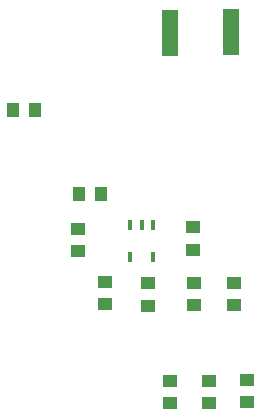
<source format=gbr>
G04 DipTrace 3.0.0.2*
G04 BottomPaste.gbr*
%MOMM*%
G04 #@! TF.FileFunction,Paste,Bot*
G04 #@! TF.Part,Single*
%ADD43R,0.4X0.9*%
%ADD59R,1.1X1.3*%
%ADD61R,1.3X1.1*%
%ADD69R,1.32X3.86*%
%FSLAX35Y35*%
G04*
G71*
G90*
G75*
G01*
G04 BotPaste*
%LPD*%
D69*
X1522000Y6248000D3*
X2031000Y6253000D3*
D61*
X2062000Y4130000D3*
Y3940000D3*
X972000Y4140000D3*
Y3950000D3*
D59*
X187000Y5599000D3*
X377000D3*
X746000Y4881000D3*
X936000D3*
D61*
X1722000Y4130000D3*
Y3940000D3*
X1332000Y4126000D3*
Y3936000D3*
X2170000Y3310000D3*
Y3120000D3*
X742000Y4590000D3*
Y4400000D3*
X1520000Y3300000D3*
Y3110000D3*
X1850000Y3300000D3*
Y3110000D3*
X1712000Y4410000D3*
Y4600000D3*
D43*
X1184000Y4624000D3*
X1279000D3*
X1374000D3*
Y4354000D3*
X1184000D3*
M02*

</source>
